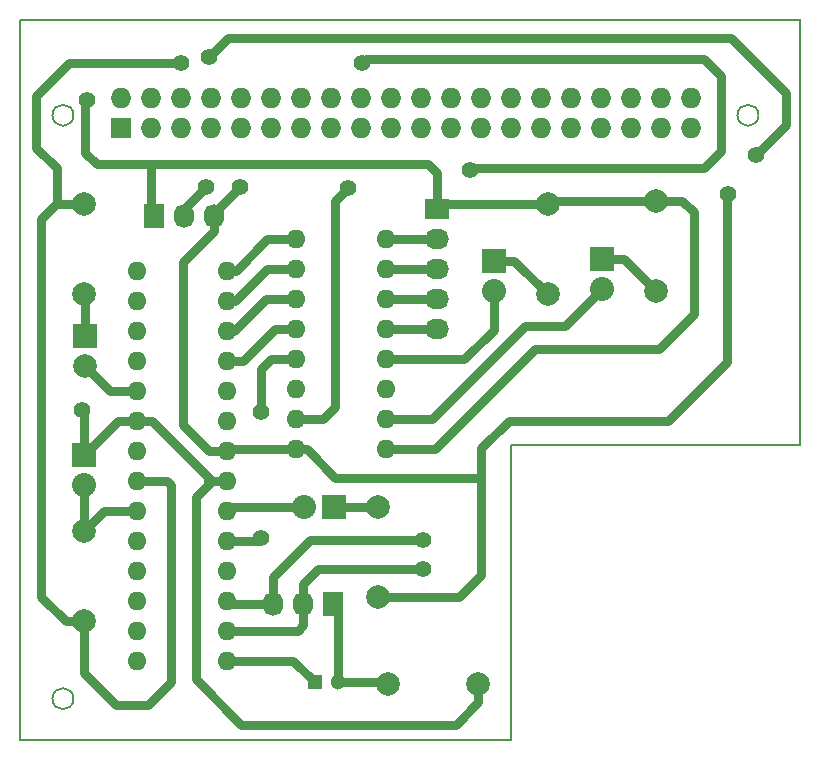
<source format=gbr>
G04 #@! TF.FileFunction,Copper,L2,Bot,Signal*
%FSLAX46Y46*%
G04 Gerber Fmt 4.6, Leading zero omitted, Abs format (unit mm)*
G04 Created by KiCad (PCBNEW 4.0.1-stable) date 2016 March 16, Wednesday 12:51:50*
%MOMM*%
G01*
G04 APERTURE LIST*
%ADD10C,0.100000*%
%ADD11C,0.150000*%
%ADD12R,1.300000X1.300000*%
%ADD13C,1.300000*%
%ADD14O,1.600000X1.600000*%
%ADD15R,1.727200X2.032000*%
%ADD16O,1.727200X2.032000*%
%ADD17R,1.727200X1.727200*%
%ADD18O,1.727200X1.727200*%
%ADD19R,2.032000X2.032000*%
%ADD20O,2.032000X2.032000*%
%ADD21R,2.032000X1.727200*%
%ADD22O,2.032000X1.727200*%
%ADD23R,2.000000X2.000000*%
%ADD24C,2.000000*%
%ADD25C,1.998980*%
%ADD26C,1.400000*%
%ADD27C,0.800000*%
G04 APERTURE END LIST*
D10*
D11*
X125000000Y-98500000D02*
X125000000Y-103000000D01*
X191000000Y-98500000D02*
X125000000Y-98500000D01*
X191000000Y-103050000D02*
X191000000Y-98450000D01*
X129494427Y-106600000D02*
G75*
G03X129494427Y-106600000I-894427J0D01*
G01*
X187494427Y-106600000D02*
G75*
G03X187494427Y-106600000I-894427J0D01*
G01*
X129494427Y-156000000D02*
G75*
G03X129494427Y-156000000I-894427J0D01*
G01*
X166500000Y-159500000D02*
X125000000Y-159500000D01*
X191000000Y-134500000D02*
X191000000Y-103000000D01*
X166500000Y-134500000D02*
X191000000Y-134500000D01*
X166500000Y-159500000D02*
X166500000Y-134500000D01*
X125000000Y-103000000D02*
X125000000Y-159500000D01*
D12*
X149900000Y-154600000D03*
D13*
X151900000Y-154600000D03*
D14*
X142500000Y-152800000D03*
X142500000Y-150260000D03*
X142500000Y-147720000D03*
X142500000Y-145180000D03*
X142500000Y-142640000D03*
X142500000Y-140100000D03*
X142500000Y-137560000D03*
X142500000Y-135020000D03*
X142500000Y-132480000D03*
X142500000Y-129940000D03*
X142500000Y-127400000D03*
X142500000Y-124860000D03*
X142500000Y-122320000D03*
X142500000Y-119780000D03*
X134880000Y-119780000D03*
X134880000Y-122320000D03*
X134880000Y-124860000D03*
X134880000Y-127400000D03*
X134880000Y-129940000D03*
X134880000Y-132480000D03*
X134880000Y-135020000D03*
X134880000Y-137560000D03*
X134880000Y-140100000D03*
X134880000Y-142640000D03*
X134880000Y-145180000D03*
X134880000Y-147720000D03*
X134880000Y-150260000D03*
X134880000Y-152800000D03*
D15*
X151500000Y-147950000D03*
D16*
X148960000Y-147950000D03*
X146420000Y-147950000D03*
D17*
X133500000Y-107700000D03*
D18*
X133500000Y-105160000D03*
X136040000Y-107700000D03*
X136040000Y-105160000D03*
X138580000Y-107700000D03*
X138580000Y-105160000D03*
X141120000Y-107700000D03*
X141120000Y-105160000D03*
X143660000Y-107700000D03*
X143660000Y-105160000D03*
X146200000Y-107700000D03*
X146200000Y-105160000D03*
X148740000Y-107700000D03*
X148740000Y-105160000D03*
X151280000Y-107700000D03*
X151280000Y-105160000D03*
X153820000Y-107700000D03*
X153820000Y-105160000D03*
X156360000Y-107700000D03*
X156360000Y-105160000D03*
X158900000Y-107700000D03*
X158900000Y-105160000D03*
X161440000Y-107700000D03*
X161440000Y-105160000D03*
X163980000Y-107700000D03*
X163980000Y-105160000D03*
X166520000Y-107700000D03*
X166520000Y-105160000D03*
X169060000Y-107700000D03*
X169060000Y-105160000D03*
X171600000Y-107700000D03*
X171600000Y-105160000D03*
X174140000Y-107700000D03*
X174140000Y-105160000D03*
X176680000Y-107700000D03*
X176680000Y-105160000D03*
X179220000Y-107700000D03*
X179220000Y-105160000D03*
X181760000Y-107700000D03*
X181760000Y-105160000D03*
D19*
X151550000Y-139750000D03*
D20*
X149010000Y-139750000D03*
D15*
X136300000Y-115150000D03*
D16*
X138840000Y-115150000D03*
X141380000Y-115150000D03*
D21*
X160250000Y-114500000D03*
D22*
X160250000Y-117040000D03*
X160250000Y-119580000D03*
X160250000Y-122120000D03*
X160250000Y-124660000D03*
D19*
X165100000Y-118950000D03*
D20*
X165100000Y-121490000D03*
D19*
X174250000Y-118750000D03*
D20*
X174250000Y-121290000D03*
D14*
X148350000Y-117100000D03*
X148350000Y-119640000D03*
X148350000Y-122180000D03*
X148350000Y-124720000D03*
X148350000Y-127260000D03*
X148350000Y-129800000D03*
X148350000Y-132340000D03*
X148350000Y-134880000D03*
X155970000Y-134880000D03*
X155970000Y-132340000D03*
X155970000Y-129800000D03*
X155970000Y-127260000D03*
X155970000Y-124720000D03*
X155970000Y-122180000D03*
X155970000Y-119640000D03*
X155970000Y-117100000D03*
D23*
X130500000Y-125300000D03*
D24*
X130500000Y-127840000D03*
D19*
X130350000Y-135400000D03*
D20*
X130350000Y-137940000D03*
D25*
X130400000Y-114100000D03*
X130400000Y-121720000D03*
X163750000Y-154750000D03*
X156130000Y-154750000D03*
X155250000Y-147400000D03*
X155250000Y-139780000D03*
X130350000Y-149450000D03*
X130350000Y-141830000D03*
X169650000Y-114150000D03*
X169650000Y-121770000D03*
X178800000Y-113850000D03*
X178800000Y-121470000D03*
D26*
X159050000Y-145050000D03*
X141000000Y-101650000D03*
X187300000Y-109950000D03*
X159050000Y-142600000D03*
X130200000Y-131550000D03*
X184900000Y-113250000D03*
X138600000Y-102200000D03*
X143550000Y-112700000D03*
X145400000Y-131700000D03*
X145400000Y-142400000D03*
X130600000Y-105300000D03*
X140700000Y-112700000D03*
X152700000Y-112800000D03*
X163050000Y-111200000D03*
X153900000Y-102200000D03*
D27*
X142500000Y-152800000D02*
X148100000Y-152800000D01*
X148100000Y-152800000D02*
X149900000Y-154600000D01*
X151900000Y-154600000D02*
X155980000Y-154600000D01*
X155980000Y-154600000D02*
X156130000Y-154750000D01*
X151900000Y-154600000D02*
X151900000Y-148350000D01*
X151900000Y-148350000D02*
X151500000Y-147950000D01*
X130500000Y-125300000D02*
X130500000Y-121820000D01*
X130500000Y-121820000D02*
X130400000Y-121720000D01*
X134880000Y-129940000D02*
X132600000Y-129940000D01*
X132600000Y-129940000D02*
X130500000Y-127840000D01*
X148960000Y-146290000D02*
X150200000Y-145050000D01*
X150200000Y-145050000D02*
X159050000Y-145050000D01*
X148960000Y-147950000D02*
X148960000Y-146290000D01*
X148960000Y-147950000D02*
X148960000Y-149790000D01*
X148490000Y-150260000D02*
X142500000Y-150260000D01*
X148960000Y-149790000D02*
X148490000Y-150260000D01*
X142600000Y-100050000D02*
X141000000Y-101650000D01*
X185150000Y-100050000D02*
X142600000Y-100050000D01*
X189800000Y-104700000D02*
X185150000Y-100050000D01*
X189800000Y-107450000D02*
X189800000Y-104700000D01*
X187300000Y-109950000D02*
X189800000Y-107450000D01*
X146420000Y-145730000D02*
X149550000Y-142600000D01*
X149550000Y-142600000D02*
X159050000Y-142600000D01*
X146420000Y-147950000D02*
X146420000Y-145730000D01*
X146420000Y-147950000D02*
X142730000Y-147950000D01*
X142730000Y-147950000D02*
X142500000Y-147720000D01*
X149010000Y-139750000D02*
X142850000Y-139750000D01*
X142850000Y-139750000D02*
X142500000Y-140100000D01*
X130350000Y-131700000D02*
X130350000Y-135400000D01*
X130200000Y-131550000D02*
X130350000Y-131700000D01*
X134880000Y-132480000D02*
X136130000Y-132480000D01*
X136130000Y-132480000D02*
X141210000Y-137560000D01*
X130350000Y-134500000D02*
X130350000Y-135400000D01*
X134880000Y-132480000D02*
X133270000Y-132480000D01*
X133270000Y-132480000D02*
X130350000Y-135400000D01*
X141300000Y-137560000D02*
X141210000Y-137560000D01*
X141210000Y-137560000D02*
X140910000Y-137560000D01*
X142500000Y-137560000D02*
X141300000Y-137560000D01*
X141300000Y-137560000D02*
X141190000Y-137560000D01*
X163750000Y-156300000D02*
X163750000Y-154750000D01*
X161850000Y-158200000D02*
X163750000Y-156300000D01*
X143700000Y-158200000D02*
X161850000Y-158200000D01*
X139850000Y-154350000D02*
X143700000Y-158200000D01*
X139850000Y-138900000D02*
X139850000Y-154350000D01*
X141190000Y-137560000D02*
X139850000Y-138900000D01*
X164000000Y-137300000D02*
X151650000Y-137300000D01*
X149230000Y-134880000D02*
X148350000Y-134880000D01*
X151650000Y-137300000D02*
X149230000Y-134880000D01*
X162150000Y-147400000D02*
X155250000Y-147400000D01*
X164000000Y-145550000D02*
X162150000Y-147400000D01*
X164000000Y-134800000D02*
X164000000Y-137300000D01*
X164000000Y-137300000D02*
X164000000Y-145550000D01*
X166350000Y-132450000D02*
X164000000Y-134800000D01*
X179850000Y-132450000D02*
X166350000Y-132450000D01*
X184800000Y-127500000D02*
X179850000Y-132450000D01*
X184800000Y-113350000D02*
X184800000Y-127500000D01*
X184900000Y-113250000D02*
X184800000Y-113350000D01*
X142500000Y-135020000D02*
X140970000Y-135020000D01*
X141380000Y-116420000D02*
X141380000Y-115150000D01*
X138800000Y-119000000D02*
X141380000Y-116420000D01*
X138800000Y-132850000D02*
X138800000Y-119000000D01*
X140970000Y-135020000D02*
X138800000Y-132850000D01*
X128100000Y-114100000D02*
X128100000Y-111100000D01*
X129150000Y-102200000D02*
X138600000Y-102200000D01*
X126350000Y-105000000D02*
X129150000Y-102200000D01*
X126350000Y-109350000D02*
X126350000Y-105000000D01*
X128100000Y-111100000D02*
X126350000Y-109350000D01*
X130350000Y-149450000D02*
X128850000Y-149450000D01*
X128050000Y-114100000D02*
X128100000Y-114100000D01*
X128100000Y-114100000D02*
X130400000Y-114100000D01*
X126750000Y-115400000D02*
X128050000Y-114100000D01*
X126750000Y-147350000D02*
X126750000Y-115400000D01*
X128850000Y-149450000D02*
X126750000Y-147350000D01*
X134880000Y-137560000D02*
X137410000Y-137560000D01*
X130350000Y-153800000D02*
X130350000Y-149450000D01*
X133050000Y-156500000D02*
X130350000Y-153800000D01*
X135800000Y-156500000D02*
X133050000Y-156500000D01*
X137750000Y-154550000D02*
X135800000Y-156500000D01*
X137750000Y-137900000D02*
X137750000Y-154550000D01*
X137410000Y-137560000D02*
X137750000Y-137900000D01*
X143550000Y-112700000D02*
X141380000Y-114870000D01*
X141380000Y-114870000D02*
X141380000Y-115150000D01*
X148350000Y-134880000D02*
X142640000Y-134880000D01*
X142640000Y-134880000D02*
X142500000Y-135020000D01*
X142500000Y-127400000D02*
X143837256Y-127400000D01*
X146517256Y-124720000D02*
X148350000Y-124720000D01*
X143837256Y-127400000D02*
X146517256Y-124720000D01*
X142500000Y-124860000D02*
X143090000Y-124860000D01*
X143090000Y-124860000D02*
X145770000Y-122180000D01*
X145770000Y-122180000D02*
X148350000Y-122180000D01*
X142500000Y-122320000D02*
X143180000Y-122320000D01*
X143180000Y-122320000D02*
X145860000Y-119640000D01*
X145860000Y-119640000D02*
X148350000Y-119640000D01*
X142500000Y-119780000D02*
X143220000Y-119780000D01*
X143220000Y-119780000D02*
X145900000Y-117100000D01*
X145900000Y-117100000D02*
X148350000Y-117100000D01*
X142500000Y-142640000D02*
X145160000Y-142640000D01*
X146240000Y-127260000D02*
X148350000Y-127260000D01*
X145400000Y-128100000D02*
X146240000Y-127260000D01*
X145400000Y-131700000D02*
X145400000Y-128100000D01*
X145160000Y-142640000D02*
X145400000Y-142400000D01*
X130350000Y-141830000D02*
X130350000Y-137940000D01*
X134880000Y-140100000D02*
X132080000Y-140100000D01*
X132080000Y-140100000D02*
X130350000Y-141830000D01*
X155970000Y-134880000D02*
X160070000Y-134880000D01*
X181050000Y-113850000D02*
X178800000Y-113850000D01*
X182000000Y-114800000D02*
X181050000Y-113850000D01*
X182000000Y-123400000D02*
X182000000Y-114800000D01*
X179050000Y-126350000D02*
X182000000Y-123400000D01*
X168600000Y-126350000D02*
X179050000Y-126350000D01*
X160070000Y-134880000D02*
X168600000Y-126350000D01*
X136050000Y-110750000D02*
X136050000Y-114900000D01*
X136050000Y-114900000D02*
X136300000Y-115150000D01*
X130600000Y-105300000D02*
X130500000Y-105400000D01*
X130500000Y-105400000D02*
X130500000Y-109800000D01*
X130500000Y-109800000D02*
X131450000Y-110750000D01*
X131450000Y-110750000D02*
X136050000Y-110750000D01*
X136050000Y-110750000D02*
X159550000Y-110750000D01*
X159550000Y-110750000D02*
X160250000Y-111450000D01*
X160250000Y-111450000D02*
X160250000Y-114500000D01*
X169650000Y-114150000D02*
X160600000Y-114150000D01*
X160600000Y-114150000D02*
X160250000Y-114500000D01*
X178800000Y-113850000D02*
X169950000Y-113850000D01*
X169950000Y-113850000D02*
X169650000Y-114150000D01*
X138840000Y-115150000D02*
X138840000Y-114560000D01*
X138840000Y-114560000D02*
X140700000Y-112700000D01*
X150610000Y-132340000D02*
X148350000Y-132340000D01*
X151650000Y-131300000D02*
X150610000Y-132340000D01*
X151650000Y-113850000D02*
X151650000Y-131300000D01*
X152700000Y-112800000D02*
X151650000Y-113850000D01*
X163200000Y-111050000D02*
X163050000Y-111200000D01*
X182850000Y-111050000D02*
X163200000Y-111050000D01*
X184300000Y-109600000D02*
X182850000Y-111050000D01*
X184300000Y-103250000D02*
X184300000Y-109600000D01*
X182900000Y-101850000D02*
X184300000Y-103250000D01*
X154250000Y-101850000D02*
X182900000Y-101850000D01*
X153900000Y-102200000D02*
X154250000Y-101850000D01*
X151550000Y-139750000D02*
X155220000Y-139750000D01*
X155220000Y-139750000D02*
X155250000Y-139780000D01*
X155970000Y-117100000D02*
X160190000Y-117100000D01*
X160190000Y-117100000D02*
X160250000Y-117040000D01*
X155970000Y-119640000D02*
X160190000Y-119640000D01*
X160190000Y-119640000D02*
X160250000Y-119580000D01*
X155970000Y-122180000D02*
X160190000Y-122180000D01*
X160190000Y-122180000D02*
X160250000Y-122120000D01*
X155970000Y-124720000D02*
X160190000Y-124720000D01*
X160190000Y-124720000D02*
X160250000Y-124660000D01*
X165100000Y-118950000D02*
X166830000Y-118950000D01*
X166830000Y-118950000D02*
X169650000Y-121770000D01*
X155970000Y-127260000D02*
X162590000Y-127260000D01*
X165100000Y-124750000D02*
X165100000Y-121490000D01*
X162590000Y-127260000D02*
X165100000Y-124750000D01*
X174250000Y-118750000D02*
X176080000Y-118750000D01*
X176080000Y-118750000D02*
X178800000Y-121470000D01*
X155970000Y-132340000D02*
X159860000Y-132340000D01*
X171090000Y-124450000D02*
X174250000Y-121290000D01*
X167750000Y-124450000D02*
X171090000Y-124450000D01*
X159860000Y-132340000D02*
X167750000Y-124450000D01*
M02*

</source>
